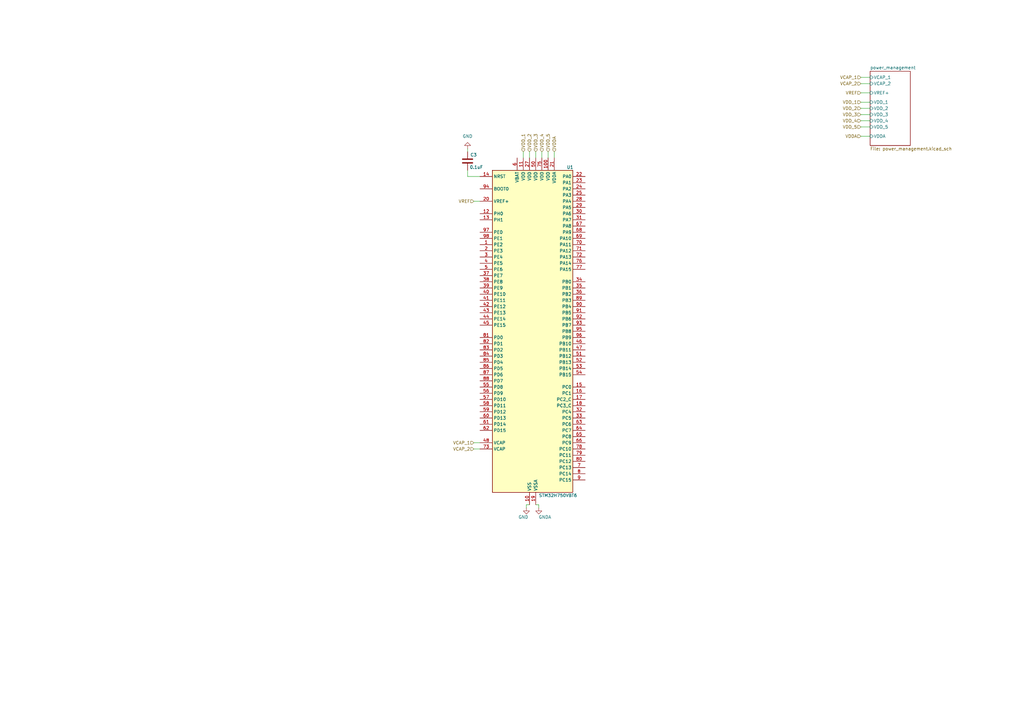
<source format=kicad_sch>
(kicad_sch (version 20230121) (generator eeschema)
  (paper "A3")
  (lib_symbols
    (symbol "Device:C" (pin_numbers hide) (pin_names (offset 0.254))
      (property "Reference" "C" (at 0.635 2.54 0))
      (property "Value" "C" (at 0.635 -2.54 0))
      (symbol "C_0_1"
        (polyline (pts (xy -2.032 -0.762) (xy 2.032 -0.762)) (stroke (width 0.508)))
        (polyline (pts (xy -2.032 0.762) (xy 2.032 0.762)) (stroke (width 0.508)))
      )
      (symbol "C_1_1"
        (pin passive line (at 0 3.81 270) (length 2.794) (name "~") (number "1"))
        (pin passive line (at 0 -3.81 90) (length 2.794) (name "~") (number "2"))
      )
    )
    (symbol "MCU_ST_STM32H7:STM32H750VBTx"
      (property "Reference" "U" (at -15.24 67.31 0))
      (property "Value" "STM32H750VBTx" (at 12.7 67.31 0))
      (symbol "STM32H750VBTx_0_1"
        (rectangle (start -15.24 -66.04) (end 17.78 66.04) (stroke (width 0.254)) (fill (type background)))
      )
      (symbol "STM32H750VBTx_1_1"
        (pin bidirectional line (at -20.32 35.56 0) (length 5.08) (name "PE2") (number "1"))
        (pin power_in line (at 0 -71.12 90) (length 5.08) (name "VSS") (number "10"))
        (pin power_in line (at 7.62 71.12 270) (length 5.08) (name "VDD") (number "100"))
        (pin power_in line (at -2.54 71.12 270) (length 5.08) (name "VDD") (number "11"))
        (pin bidirectional line (at -20.32 48.26 0) (length 5.08) (name "PH0") (number "12"))
        (pin bidirectional line (at -20.32 45.72 0) (length 5.08) (name "PH1") (number "13"))
        (pin input line (at -20.32 63.5 0) (length 5.08) (name "NRST") (number "14"))
        (pin bidirectional line (at 22.86 -22.86 180) (length 5.08) (name "PC0") (number "15"))
        (pin bidirectional line (at 22.86 -25.4 180) (length 5.08) (name "PC1") (number "16"))
        (pin bidirectional line (at 22.86 -27.94 180) (length 5.08) (name "PC2_C") (number "17"))
        (pin bidirectional line (at 22.86 -30.48 180) (length 5.08) (name "PC3_C") (number "18"))
        (pin power_in line (at 2.54 -71.12 90) (length 5.08) (name "VSSA") (number "19"))
        (pin bidirectional line (at -20.32 33.02 0) (length 5.08) (name "PE3") (number "2"))
        (pin input line (at -20.32 53.34 0) (length 5.08) (name "VREF+") (number "20"))
        (pin power_in line (at 10.16 71.12 270) (length 5.08) (name "VDDA") (number "21"))
        (pin bidirectional line (at 22.86 63.5 180) (length 5.08) (name "PA0") (number "22"))
        (pin bidirectional line (at 22.86 60.96 180) (length 5.08) (name "PA1") (number "23"))
        (pin bidirectional line (at 22.86 58.42 180) (length 5.08) (name "PA2") (number "24"))
        (pin bidirectional line (at 22.86 55.88 180) (length 5.08) (name "PA3") (number "25"))
        (pin passive line (at 0 -71.12 90) (length 5.08) hide (name "VSS") (number "26"))
        (pin power_in line (at 0 71.12 270) (length 5.08) (name "VDD") (number "27"))
        (pin bidirectional line (at 22.86 53.34 180) (length 5.08) (name "PA4") (number "28"))
        (pin bidirectional line (at 22.86 50.8 180) (length 5.08) (name "PA5") (number "29"))
        (pin bidirectional line (at -20.32 30.48 0) (length 5.08) (name "PE4") (number "3"))
        (pin bidirectional line (at 22.86 48.26 180) (length 5.08) (name "PA6") (number "30"))
        (pin bidirectional line (at 22.86 45.72 180) (length 5.08) (name "PA7") (number "31"))
        (pin bidirectional line (at 22.86 -33.02 180) (length 5.08) (name "PC4") (number "32"))
        (pin bidirectional line (at 22.86 -35.56 180) (length 5.08) (name "PC5") (number "33"))
        (pin bidirectional line (at 22.86 20.32 180) (length 5.08) (name "PB0") (number "34"))
        (pin bidirectional line (at 22.86 17.78 180) (length 5.08) (name "PB1") (number "35"))
        (pin bidirectional line (at 22.86 15.24 180) (length 5.08) (name "PB2") (number "36"))
        (pin bidirectional line (at -20.32 22.86 0) (length 5.08) (name "PE7") (number "37"))
        (pin bidirectional line (at -20.32 20.32 0) (length 5.08) (name "PE8") (number "38"))
        (pin bidirectional line (at -20.32 17.78 0) (length 5.08) (name "PE9") (number "39"))
        (pin bidirectional line (at -20.32 27.94 0) (length 5.08) (name "PE5") (number "4"))
        (pin bidirectional line (at -20.32 15.24 0) (length 5.08) (name "PE10") (number "40"))
        (pin bidirectional line (at -20.32 12.7 0) (length 5.08) (name "PE11") (number "41"))
        (pin bidirectional line (at -20.32 10.16 0) (length 5.08) (name "PE12") (number "42"))
        (pin bidirectional line (at -20.32 7.62 0) (length 5.08) (name "PE13") (number "43"))
        (pin bidirectional line (at -20.32 5.08 0) (length 5.08) (name "PE14") (number "44"))
        (pin bidirectional line (at -20.32 2.54 0) (length 5.08) (name "PE15") (number "45"))
        (pin bidirectional line (at 22.86 -5.08 180) (length 5.08) (name "PB10") (number "46"))
        (pin bidirectional line (at 22.86 -7.62 180) (length 5.08) (name "PB11") (number "47"))
        (pin power_out line (at -20.32 -45.72 0) (length 5.08) (name "VCAP") (number "48"))
        (pin passive line (at 0 -71.12 90) (length 5.08) hide (name "VSS") (number "49"))
        (pin bidirectional line (at -20.32 25.4 0) (length 5.08) (name "PE6") (number "5"))
        (pin power_in line (at 2.54 71.12 270) (length 5.08) (name "VDD") (number "50"))
        (pin bidirectional line (at 22.86 -10.16 180) (length 5.08) (name "PB12") (number "51"))
        (pin bidirectional line (at 22.86 -12.7 180) (length 5.08) (name "PB13") (number "52"))
        (pin bidirectional line (at 22.86 -15.24 180) (length 5.08) (name "PB14") (number "53"))
        (pin bidirectional line (at 22.86 -17.78 180) (length 5.08) (name "PB15") (number "54"))
        (pin bidirectional line (at -20.32 -22.86 0) (length 5.08) (name "PD8") (number "55"))
        (pin bidirectional line (at -20.32 -25.4 0) (length 5.08) (name "PD9") (number "56"))
        (pin bidirectional line (at -20.32 -27.94 0) (length 5.08) (name "PD10") (number "57"))
        (pin bidirectional line (at -20.32 -30.48 0) (length 5.08) (name "PD11") (number "58"))
        (pin bidirectional line (at -20.32 -33.02 0) (length 5.08) (name "PD12") (number "59"))
        (pin power_in line (at -5.08 71.12 270) (length 5.08) (name "VBAT") (number "6"))
        (pin bidirectional line (at -20.32 -35.56 0) (length 5.08) (name "PD13") (number "60"))
        (pin bidirectional line (at -20.32 -38.1 0) (length 5.08) (name "PD14") (number "61"))
        (pin bidirectional line (at -20.32 -40.64 0) (length 5.08) (name "PD15") (number "62"))
        (pin bidirectional line (at 22.86 -38.1 180) (length 5.08) (name "PC6") (number "63"))
        (pin bidirectional line (at 22.86 -40.64 180) (length 5.08) (name "PC7") (number "64"))
        (pin bidirectional line (at 22.86 -43.18 180) (length 5.08) (name "PC8") (number "65"))
        (pin bidirectional line (at 22.86 -45.72 180) (length 5.08) (name "PC9") (number "66"))
        (pin bidirectional line (at 22.86 43.18 180) (length 5.08) (name "PA8") (number "67"))
        (pin bidirectional line (at 22.86 40.64 180) (length 5.08) (name "PA9") (number "68"))
        (pin bidirectional line (at 22.86 38.1 180) (length 5.08) (name "PA10") (number "69"))
        (pin bidirectional line (at 22.86 -55.88 180) (length 5.08) (name "PC13") (number "7"))
        (pin bidirectional line (at 22.86 35.56 180) (length 5.08) (name "PA11") (number "70"))
        (pin bidirectional line (at 22.86 33.02 180) (length 5.08) (name "PA12") (number "71"))
        (pin bidirectional line (at 22.86 30.48 180) (length 5.08) (name "PA13") (number "72"))
        (pin power_out line (at -20.32 -48.26 0) (length 5.08) (name "VCAP") (number "73"))
        (pin passive line (at 0 -71.12 90) (length 5.08) hide (name "VSS") (number "74"))
        (pin power_in line (at 5.08 71.12 270) (length 5.08) (name "VDD") (number "75"))
        (pin bidirectional line (at 22.86 27.94 180) (length 5.08) (name "PA14") (number "76"))
        (pin bidirectional line (at 22.86 25.4 180) (length 5.08) (name "PA15") (number "77"))
        (pin bidirectional line (at 22.86 -48.26 180) (length 5.08) (name "PC10") (number "78"))
        (pin bidirectional line (at 22.86 -50.8 180) (length 5.08) (name "PC11") (number "79"))
        (pin bidirectional line (at 22.86 -58.42 180) (length 5.08) (name "PC14") (number "8"))
        (pin bidirectional line (at 22.86 -53.34 180) (length 5.08) (name "PC12") (number "80"))
        (pin bidirectional line (at -20.32 -2.54 0) (length 5.08) (name "PD0") (number "81"))
        (pin bidirectional line (at -20.32 -5.08 0) (length 5.08) (name "PD1") (number "82"))
        (pin bidirectional line (at -20.32 -7.62 0) (length 5.08) (name "PD2") (number "83"))
        (pin bidirectional line (at -20.32 -10.16 0) (length 5.08) (name "PD3") (number "84"))
        (pin bidirectional line (at -20.32 -12.7 0) (length 5.08) (name "PD4") (number "85"))
        (pin bidirectional line (at -20.32 -15.24 0) (length 5.08) (name "PD5") (number "86"))
        (pin bidirectional line (at -20.32 -17.78 0) (length 5.08) (name "PD6") (number "87"))
        (pin bidirectional line (at -20.32 -20.32 0) (length 5.08) (name "PD7") (number "88"))
        (pin bidirectional line (at 22.86 12.7 180) (length 5.08) (name "PB3") (number "89"))
        (pin bidirectional line (at 22.86 -60.96 180) (length 5.08) (name "PC15") (number "9"))
        (pin bidirectional line (at 22.86 10.16 180) (length 5.08) (name "PB4") (number "90"))
        (pin bidirectional line (at 22.86 7.62 180) (length 5.08) (name "PB5") (number "91"))
        (pin bidirectional line (at 22.86 5.08 180) (length 5.08) (name "PB6") (number "92"))
        (pin bidirectional line (at 22.86 2.54 180) (length 5.08) (name "PB7") (number "93"))
        (pin input line (at -20.32 58.42 0) (length 5.08) (name "BOOT0") (number "94"))
        (pin bidirectional line (at 22.86 0 180) (length 5.08) (name "PB8") (number "95"))
        (pin bidirectional line (at 22.86 -2.54 180) (length 5.08) (name "PB9") (number "96"))
        (pin bidirectional line (at -20.32 40.64 0) (length 5.08) (name "PE0") (number "97"))
        (pin bidirectional line (at -20.32 38.1 0) (length 5.08) (name "PE1") (number "98"))
        (pin passive line (at 0 -71.12 90) (length 5.08) hide (name "VSS") (number "99"))
      )
    )
    (symbol "power:GND" (power) (pin_names (offset 0))
      (property "Value" "GND" (at 0 -3.81 0))
      (symbol "GND_0_1"
        (polyline (pts (xy 0 0) (xy 0 -1.27) (xy 1.27 -1.27) (xy 0 -2.54) (xy -1.27 -1.27) (xy 0 -1.27)))
      )
      (symbol "GND_1_1"
        (pin power_in line (at 0 0 270) (length 0) hide (name "GND") (number "1"))
      )
    )
    (symbol "power:GNDA" (power) (pin_names (offset 0))
      (property "Value" "GNDA" (at 0 -3.81 0))
      (symbol "GNDA_0_1"
        (polyline (pts (xy 0 0) (xy 0 -1.27) (xy 1.27 -1.27) (xy 0 -2.54) (xy -1.27 -1.27) (xy 0 -1.27)))
      )
      (symbol "GNDA_1_1"
        (pin power_in line (at 0 0 270) (length 0) hide (name "GNDA") (number "1"))
      )
    )
  )
  (wire (pts (xy 353.06 49.53) (xy 356.87 49.53)))
  (wire (pts (xy 191.77 72.39) (xy 196.85 72.39)))
  (wire (pts (xy 353.06 34.29) (xy 356.87 34.29)))
  (wire (pts (xy 353.06 46.99) (xy 356.87 46.99)))
  (wire (pts (xy 215.9 207.01) (xy 217.17 207.01)))
  (wire (pts (xy 194.31 181.61) (xy 196.85 181.61)))
  (wire (pts (xy 220.98 207.01) (xy 219.71 207.01)))
  (wire (pts (xy 214.63 62.23) (xy 214.63 64.77)))
  (wire (pts (xy 191.77 60.96) (xy 191.77 62.23)))
  (wire (pts (xy 227.33 62.23) (xy 227.33 64.77)))
  (wire (pts (xy 353.06 44.45) (xy 356.87 44.45)))
  (wire (pts (xy 222.25 62.23) (xy 222.25 64.77)))
  (wire (pts (xy 194.31 82.55) (xy 196.85 82.55)))
  (wire (pts (xy 353.06 55.88) (xy 356.87 55.88)))
  (wire (pts (xy 217.17 62.23) (xy 217.17 64.77)))
  (wire (pts (xy 220.98 208.28) (xy 220.98 207.01)))
  (wire (pts (xy 219.71 62.23) (xy 219.71 64.77)))
  (wire (pts (xy 353.06 38.1) (xy 356.87 38.1)))
  (wire (pts (xy 353.06 31.75) (xy 356.87 31.75)))
  (wire (pts (xy 215.9 208.28) (xy 215.9 207.01)))
  (wire (pts (xy 191.77 69.85) (xy 191.77 72.39)))
  (wire (pts (xy 353.06 52.07) (xy 356.87 52.07)))
  (wire (pts (xy 194.31 184.15) (xy 196.85 184.15)))
  (wire (pts (xy 224.79 62.23) (xy 224.79 64.77)))
  (wire (pts (xy 353.06 41.91) (xy 356.87 41.91)))
  (hierarchical_label "VDD_5" (shape input) (at 353.06 52.07 180))
  (hierarchical_label "VDD_1" (shape input) (at 214.63 62.23 90))
  (hierarchical_label "VDD_2" (shape input) (at 217.17 62.23 90))
  (hierarchical_label "VCAP_2" (shape input) (at 194.31 184.15 180))
  (hierarchical_label "VDDA" (shape input) (at 227.33 62.23 90))
  (hierarchical_label "VREF" (shape input) (at 194.31 82.55 180))
  (hierarchical_label "VDD_2" (shape input) (at 353.06 44.45 180))
  (hierarchical_label "VCAP_2" (shape input) (at 353.06 34.29 180))
  (hierarchical_label "VDD_3" (shape input) (at 219.71 62.23 90))
  (hierarchical_label "VDD_4" (shape input) (at 222.25 62.23 90))
  (hierarchical_label "VCAP_1" (shape input) (at 194.31 181.61 180))
  (hierarchical_label "VDD_3" (shape input) (at 353.06 46.99 180))
  (hierarchical_label "VREF" (shape input) (at 353.06 38.1 180))
  (hierarchical_label "VDD_1" (shape input) (at 353.06 41.91 180))
  (hierarchical_label "VDD_4" (shape input) (at 353.06 49.53 180))
  (hierarchical_label "VCAP_1" (shape input) (at 353.06 31.75 180))
  (hierarchical_label "VDDA" (shape input) (at 353.06 55.88 180))
  (hierarchical_label "VDD_5" (shape input) (at 224.79 62.23 90))
  (symbol (lib_id "power:GND") (at 215.9 208.28 0) (unit 1)
    (property "Reference" "#PWR01" (effects hide))
    (property "Value" "GND" (at 214.63 212.09 0))
  )
  (symbol (lib_id "MCU_ST_STM32H7:STM32H750VBTx") (at 217.17 135.89 0) (unit 1)
    (property "Reference" "U1" (at 232.41 68.58 0) (effects (justify left)))
    (property "Value" "STM32H750VBT6" (at 220.98 203.2 0) (effects (justify left)))
    (property "Footprint" "Package_QFP:LQFP-100_14x14mm_P0.5mm" (effects hide))
    (property "Datasheet" "https://www.st.com/resource/en/datasheet/stm32h750vb.pdf" (effects hide))
  )
  (symbol (lib_id "power:GND") (at 191.77 60.96 180) (unit 1)
    (property "Reference" "#PWR012" (effects hide))
    (property "Value" "GND" (at 191.77 55.88 0))
  )
  (symbol (lib_id "Device:C") (at 191.77 66.04 180) (unit 1)
    (property "Reference" "C3" (at 195.58 63.5 0) (effects (justify left)))
    (property "Value" "0.1uF" (at 198.12 68.58 0) (effects (justify left)))
  )
  (symbol (lib_id "power:GNDA") (at 220.98 208.28 0) (unit 1)
    (property "Reference" "#PWR02" (effects hide))
    (property "Value" "GNDA" (at 223.52 212.09 0))
  )
  (sheet (at 356.87 29.21) (size 16.51 30.48) (stroke (width 0.1524))
    (property "Sheetname" "power_management" (at 356.87 28.4984 0) (effects (justify left bottom)))
    (property "Sheetfile" "power_management.kicad_sch" (at 356.87 60.2746 0) (effects (justify left top)))
    (pin "VREF+" input (at 356.87 38.1 180))
    (pin "VCAP_1" input (at 356.87 31.75 180))
    (pin "VCAP_2" input (at 356.87 34.29 180))
    (pin "VDD_5" input (at 356.87 52.07 180))
    (pin "VDD_4" input (at 356.87 49.53 180))
    (pin "VDD_3" input (at 356.87 46.99 180))
    (pin "VDD_2" input (at 356.87 44.45 180))
    (pin "VDD_1" input (at 356.87 41.91 180))
    (pin "VDDA" input (at 356.87 55.88 180))
  )
)
</source>
